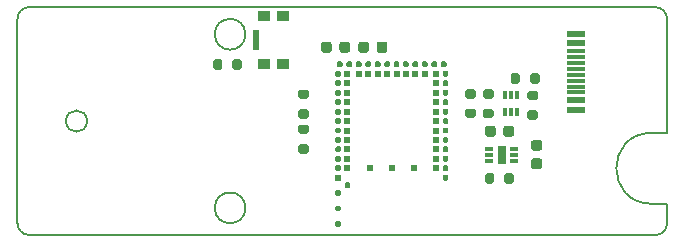
<source format=gbr>
%TF.GenerationSoftware,KiCad,Pcbnew,(5.1.10)-1*%
%TF.CreationDate,2021-10-06T18:40:40-05:00*%
%TF.ProjectId,BYTE_Control_Board,42595445-5f43-46f6-9e74-726f6c5f426f,v2.2*%
%TF.SameCoordinates,Original*%
%TF.FileFunction,Paste,Top*%
%TF.FilePolarity,Positive*%
%FSLAX46Y46*%
G04 Gerber Fmt 4.6, Leading zero omitted, Abs format (unit mm)*
G04 Created by KiCad (PCBNEW (5.1.10)-1) date 2021-10-06 18:40:40*
%MOMM*%
%LPD*%
G01*
G04 APERTURE LIST*
%TA.AperFunction,Profile*%
%ADD10C,0.200000*%
%TD*%
%ADD11R,0.550000X1.700000*%
%ADD12R,1.000000X0.900000*%
%ADD13R,0.400000X0.700000*%
%ADD14R,1.650000X0.300000*%
%ADD15R,1.650000X0.600000*%
%ADD16R,0.500000X0.500000*%
%ADD17R,0.650000X1.650000*%
%ADD18R,0.700000X0.300000*%
G04 APERTURE END LIST*
D10*
X121480000Y-143220004D02*
G75*
G02*
X120480000Y-142220004I0J1000000D01*
G01*
X174480000Y-123920004D02*
G75*
G02*
X175480000Y-124920004I0J-1000000D01*
G01*
X174180000Y-140570004D02*
X175480000Y-140570004D01*
X174480000Y-143220004D02*
X121480000Y-143220004D01*
X120480000Y-124920004D02*
G75*
G02*
X121480000Y-123920004I1000000J0D01*
G01*
X126380000Y-133570004D02*
G75*
G03*
X126380000Y-133570004I-900000J0D01*
G01*
X139780001Y-126220004D02*
G75*
G03*
X139780001Y-126220004I-1300001J0D01*
G01*
X174180000Y-140570004D02*
G75*
G02*
X174180000Y-134570004I0J3000000D01*
G01*
X139780001Y-140920004D02*
G75*
G03*
X139780001Y-140920004I-1300001J0D01*
G01*
X175480000Y-140570004D02*
X175480000Y-142220004D01*
X175480000Y-142220004D02*
G75*
G02*
X174480000Y-143220004I-1000000J0D01*
G01*
X120480000Y-142220004D02*
X120480000Y-124920004D01*
X175480000Y-134570004D02*
X174180000Y-134570004D01*
X121480000Y-123920004D02*
X174480000Y-123920004D01*
X175480000Y-124920004D02*
X175480000Y-134570004D01*
D11*
%TO.C,SW3*%
X140700000Y-126700000D03*
D12*
X141325000Y-128750000D03*
X142925000Y-128750000D03*
X141325000Y-124650000D03*
X142925000Y-124650000D03*
%TD*%
%TO.C,R13*%
G36*
G01*
X137825000Y-128500000D02*
X137825000Y-129050000D01*
G75*
G02*
X137625000Y-129250000I-200000J0D01*
G01*
X137225000Y-129250000D01*
G75*
G02*
X137025000Y-129050000I0J200000D01*
G01*
X137025000Y-128500000D01*
G75*
G02*
X137225000Y-128300000I200000J0D01*
G01*
X137625000Y-128300000D01*
G75*
G02*
X137825000Y-128500000I0J-200000D01*
G01*
G37*
G36*
G01*
X139475000Y-128500000D02*
X139475000Y-129050000D01*
G75*
G02*
X139275000Y-129250000I-200000J0D01*
G01*
X138875000Y-129250000D01*
G75*
G02*
X138675000Y-129050000I0J200000D01*
G01*
X138675000Y-128500000D01*
G75*
G02*
X138875000Y-128300000I200000J0D01*
G01*
X139275000Y-128300000D01*
G75*
G02*
X139475000Y-128500000I0J-200000D01*
G01*
G37*
%TD*%
%TO.C,C4*%
G36*
G01*
X150890000Y-127570000D02*
X150890000Y-127070000D01*
G75*
G02*
X151115000Y-126845000I225000J0D01*
G01*
X151565000Y-126845000D01*
G75*
G02*
X151790000Y-127070000I0J-225000D01*
G01*
X151790000Y-127570000D01*
G75*
G02*
X151565000Y-127795000I-225000J0D01*
G01*
X151115000Y-127795000D01*
G75*
G02*
X150890000Y-127570000I0J225000D01*
G01*
G37*
G36*
G01*
X149340000Y-127570000D02*
X149340000Y-127070000D01*
G75*
G02*
X149565000Y-126845000I225000J0D01*
G01*
X150015000Y-126845000D01*
G75*
G02*
X150240000Y-127070000I0J-225000D01*
G01*
X150240000Y-127570000D01*
G75*
G02*
X150015000Y-127795000I-225000J0D01*
G01*
X149565000Y-127795000D01*
G75*
G02*
X149340000Y-127570000I0J225000D01*
G01*
G37*
%TD*%
%TO.C,C3*%
G36*
G01*
X147090000Y-127070000D02*
X147090000Y-127570000D01*
G75*
G02*
X146865000Y-127795000I-225000J0D01*
G01*
X146415000Y-127795000D01*
G75*
G02*
X146190000Y-127570000I0J225000D01*
G01*
X146190000Y-127070000D01*
G75*
G02*
X146415000Y-126845000I225000J0D01*
G01*
X146865000Y-126845000D01*
G75*
G02*
X147090000Y-127070000I0J-225000D01*
G01*
G37*
G36*
G01*
X148640000Y-127070000D02*
X148640000Y-127570000D01*
G75*
G02*
X148415000Y-127795000I-225000J0D01*
G01*
X147965000Y-127795000D01*
G75*
G02*
X147740000Y-127570000I0J225000D01*
G01*
X147740000Y-127070000D01*
G75*
G02*
X147965000Y-126845000I225000J0D01*
G01*
X148415000Y-126845000D01*
G75*
G02*
X148640000Y-127070000I0J-225000D01*
G01*
G37*
%TD*%
%TO.C,R10*%
G36*
G01*
X159105000Y-131665000D02*
X158555000Y-131665000D01*
G75*
G02*
X158355000Y-131465000I0J200000D01*
G01*
X158355000Y-131065000D01*
G75*
G02*
X158555000Y-130865000I200000J0D01*
G01*
X159105000Y-130865000D01*
G75*
G02*
X159305000Y-131065000I0J-200000D01*
G01*
X159305000Y-131465000D01*
G75*
G02*
X159105000Y-131665000I-200000J0D01*
G01*
G37*
G36*
G01*
X159105000Y-133315000D02*
X158555000Y-133315000D01*
G75*
G02*
X158355000Y-133115000I0J200000D01*
G01*
X158355000Y-132715000D01*
G75*
G02*
X158555000Y-132515000I200000J0D01*
G01*
X159105000Y-132515000D01*
G75*
G02*
X159305000Y-132715000I0J-200000D01*
G01*
X159305000Y-133115000D01*
G75*
G02*
X159105000Y-133315000I-200000J0D01*
G01*
G37*
%TD*%
%TO.C,R9*%
G36*
G01*
X160075000Y-132535000D02*
X160625000Y-132535000D01*
G75*
G02*
X160825000Y-132735000I0J-200000D01*
G01*
X160825000Y-133135000D01*
G75*
G02*
X160625000Y-133335000I-200000J0D01*
G01*
X160075000Y-133335000D01*
G75*
G02*
X159875000Y-133135000I0J200000D01*
G01*
X159875000Y-132735000D01*
G75*
G02*
X160075000Y-132535000I200000J0D01*
G01*
G37*
G36*
G01*
X160075000Y-130885000D02*
X160625000Y-130885000D01*
G75*
G02*
X160825000Y-131085000I0J-200000D01*
G01*
X160825000Y-131485000D01*
G75*
G02*
X160625000Y-131685000I-200000J0D01*
G01*
X160075000Y-131685000D01*
G75*
G02*
X159875000Y-131485000I0J200000D01*
G01*
X159875000Y-131085000D01*
G75*
G02*
X160075000Y-130885000I200000J0D01*
G01*
G37*
%TD*%
%TO.C,R8*%
G36*
G01*
X163825000Y-132655000D02*
X164375000Y-132655000D01*
G75*
G02*
X164575000Y-132855000I0J-200000D01*
G01*
X164575000Y-133255000D01*
G75*
G02*
X164375000Y-133455000I-200000J0D01*
G01*
X163825000Y-133455000D01*
G75*
G02*
X163625000Y-133255000I0J200000D01*
G01*
X163625000Y-132855000D01*
G75*
G02*
X163825000Y-132655000I200000J0D01*
G01*
G37*
G36*
G01*
X163825000Y-131005000D02*
X164375000Y-131005000D01*
G75*
G02*
X164575000Y-131205000I0J-200000D01*
G01*
X164575000Y-131605000D01*
G75*
G02*
X164375000Y-131805000I-200000J0D01*
G01*
X163825000Y-131805000D01*
G75*
G02*
X163625000Y-131605000I0J200000D01*
G01*
X163625000Y-131205000D01*
G75*
G02*
X163825000Y-131005000I200000J0D01*
G01*
G37*
%TD*%
%TO.C,R7*%
G36*
G01*
X163030000Y-129695000D02*
X163030000Y-130245000D01*
G75*
G02*
X162830000Y-130445000I-200000J0D01*
G01*
X162430000Y-130445000D01*
G75*
G02*
X162230000Y-130245000I0J200000D01*
G01*
X162230000Y-129695000D01*
G75*
G02*
X162430000Y-129495000I200000J0D01*
G01*
X162830000Y-129495000D01*
G75*
G02*
X163030000Y-129695000I0J-200000D01*
G01*
G37*
G36*
G01*
X164680000Y-129695000D02*
X164680000Y-130245000D01*
G75*
G02*
X164480000Y-130445000I-200000J0D01*
G01*
X164080000Y-130445000D01*
G75*
G02*
X163880000Y-130245000I0J200000D01*
G01*
X163880000Y-129695000D01*
G75*
G02*
X164080000Y-129495000I200000J0D01*
G01*
X164480000Y-129495000D01*
G75*
G02*
X164680000Y-129695000I0J-200000D01*
G01*
G37*
%TD*%
D13*
%TO.C,Q1*%
X162230000Y-132820000D03*
X161730000Y-132820000D03*
X162230000Y-131320000D03*
X162730000Y-132820000D03*
X161730000Y-131320000D03*
X162730000Y-131320000D03*
%TD*%
D14*
%TO.C,P1*%
X167795000Y-127650000D03*
X167795000Y-128150000D03*
X167795000Y-128650000D03*
X167795000Y-129150000D03*
X167795000Y-129650000D03*
X167795000Y-130150000D03*
X167795000Y-130650000D03*
X167795000Y-131150000D03*
D15*
X167795000Y-127000000D03*
X167795000Y-131800000D03*
X167795000Y-126200000D03*
X167795000Y-132600000D03*
%TD*%
D16*
%TO.C,U2*%
X147620000Y-138370002D03*
G36*
G01*
X147370000Y-137695002D02*
X147370000Y-137445002D01*
G75*
G02*
X147495000Y-137320002I125000J0D01*
G01*
X147745000Y-137320002D01*
G75*
G02*
X147870000Y-137445002I0J-125000D01*
G01*
X147870000Y-137695002D01*
G75*
G02*
X147745000Y-137820002I-125000J0D01*
G01*
X147495000Y-137820002D01*
G75*
G02*
X147370000Y-137695002I0J125000D01*
G01*
G37*
X148420000Y-137570002D03*
G36*
G01*
X147370000Y-136895002D02*
X147370000Y-136645002D01*
G75*
G02*
X147495000Y-136520002I125000J0D01*
G01*
X147745000Y-136520002D01*
G75*
G02*
X147870000Y-136645002I0J-125000D01*
G01*
X147870000Y-136895002D01*
G75*
G02*
X147745000Y-137020002I-125000J0D01*
G01*
X147495000Y-137020002D01*
G75*
G02*
X147370000Y-136895002I0J125000D01*
G01*
G37*
X148420000Y-136770002D03*
G36*
G01*
X147370000Y-136095002D02*
X147370000Y-135845002D01*
G75*
G02*
X147495000Y-135720002I125000J0D01*
G01*
X147745000Y-135720002D01*
G75*
G02*
X147870000Y-135845002I0J-125000D01*
G01*
X147870000Y-136095002D01*
G75*
G02*
X147745000Y-136220002I-125000J0D01*
G01*
X147495000Y-136220002D01*
G75*
G02*
X147370000Y-136095002I0J125000D01*
G01*
G37*
X148420004Y-135970002D03*
G36*
G01*
X147370003Y-135295004D02*
X147370003Y-135045004D01*
G75*
G02*
X147495003Y-134920004I125000J0D01*
G01*
X147745003Y-134920004D01*
G75*
G02*
X147870003Y-135045004I0J-125000D01*
G01*
X147870003Y-135295004D01*
G75*
G02*
X147745003Y-135420004I-125000J0D01*
G01*
X147495003Y-135420004D01*
G75*
G02*
X147370003Y-135295004I0J125000D01*
G01*
G37*
X148420004Y-135170004D03*
G36*
G01*
X147370000Y-134495002D02*
X147370000Y-134245002D01*
G75*
G02*
X147495000Y-134120002I125000J0D01*
G01*
X147745000Y-134120002D01*
G75*
G02*
X147870000Y-134245002I0J-125000D01*
G01*
X147870000Y-134495002D01*
G75*
G02*
X147745000Y-134620002I-125000J0D01*
G01*
X147495000Y-134620002D01*
G75*
G02*
X147370000Y-134495002I0J125000D01*
G01*
G37*
X148419998Y-134370002D03*
G36*
G01*
X147370000Y-133695002D02*
X147370000Y-133445002D01*
G75*
G02*
X147495000Y-133320002I125000J0D01*
G01*
X147745000Y-133320002D01*
G75*
G02*
X147870000Y-133445002I0J-125000D01*
G01*
X147870000Y-133695002D01*
G75*
G02*
X147745000Y-133820002I-125000J0D01*
G01*
X147495000Y-133820002D01*
G75*
G02*
X147370000Y-133695002I0J125000D01*
G01*
G37*
X148420000Y-133569999D03*
G36*
G01*
X147370000Y-132895002D02*
X147370000Y-132645002D01*
G75*
G02*
X147495000Y-132520002I125000J0D01*
G01*
X147745000Y-132520002D01*
G75*
G02*
X147870000Y-132645002I0J-125000D01*
G01*
X147870000Y-132895002D01*
G75*
G02*
X147745000Y-133020002I-125000J0D01*
G01*
X147495000Y-133020002D01*
G75*
G02*
X147370000Y-132895002I0J125000D01*
G01*
G37*
X148420000Y-132770002D03*
G36*
G01*
X147370000Y-132095002D02*
X147370000Y-131845002D01*
G75*
G02*
X147495000Y-131720002I125000J0D01*
G01*
X147745000Y-131720002D01*
G75*
G02*
X147870000Y-131845002I0J-125000D01*
G01*
X147870000Y-132095002D01*
G75*
G02*
X147745000Y-132220002I-125000J0D01*
G01*
X147495000Y-132220002D01*
G75*
G02*
X147370000Y-132095002I0J125000D01*
G01*
G37*
X148420000Y-131970002D03*
G36*
G01*
X147370000Y-131295002D02*
X147370000Y-131045002D01*
G75*
G02*
X147495000Y-130920002I125000J0D01*
G01*
X147745000Y-130920002D01*
G75*
G02*
X147870000Y-131045002I0J-125000D01*
G01*
X147870000Y-131295002D01*
G75*
G02*
X147745000Y-131420002I-125000J0D01*
G01*
X147495000Y-131420002D01*
G75*
G02*
X147370000Y-131295002I0J125000D01*
G01*
G37*
X148420000Y-131170002D03*
G36*
G01*
X147370000Y-130495002D02*
X147370000Y-130245002D01*
G75*
G02*
X147495000Y-130120002I125000J0D01*
G01*
X147745000Y-130120002D01*
G75*
G02*
X147870000Y-130245002I0J-125000D01*
G01*
X147870000Y-130495002D01*
G75*
G02*
X147745000Y-130620002I-125000J0D01*
G01*
X147495000Y-130620002D01*
G75*
G02*
X147370000Y-130495002I0J125000D01*
G01*
G37*
X148419998Y-130370002D03*
G36*
G01*
X147370000Y-129695002D02*
X147370000Y-129445002D01*
G75*
G02*
X147495000Y-129320002I125000J0D01*
G01*
X147745000Y-129320002D01*
G75*
G02*
X147870000Y-129445002I0J-125000D01*
G01*
X147870000Y-129695002D01*
G75*
G02*
X147745000Y-129820002I-125000J0D01*
G01*
X147495000Y-129820002D01*
G75*
G02*
X147370000Y-129695002I0J125000D01*
G01*
G37*
X148419998Y-129570002D03*
G36*
G01*
X147644997Y-128520002D02*
X147894997Y-128520002D01*
G75*
G02*
X148019997Y-128645002I0J-125000D01*
G01*
X148019997Y-128895002D01*
G75*
G02*
X147894997Y-129020002I-125000J0D01*
G01*
X147644997Y-129020002D01*
G75*
G02*
X147519997Y-128895002I0J125000D01*
G01*
X147519997Y-128645002D01*
G75*
G02*
X147644997Y-128520002I125000J0D01*
G01*
G37*
G36*
G01*
X148445003Y-128520002D02*
X148695003Y-128520002D01*
G75*
G02*
X148820003Y-128645002I0J-125000D01*
G01*
X148820003Y-128895002D01*
G75*
G02*
X148695003Y-129020002I-125000J0D01*
G01*
X148445003Y-129020002D01*
G75*
G02*
X148320003Y-128895002I0J125000D01*
G01*
X148320003Y-128645002D01*
G75*
G02*
X148445003Y-128520002I125000J0D01*
G01*
G37*
G36*
G01*
X149245002Y-128520002D02*
X149495002Y-128520002D01*
G75*
G02*
X149620002Y-128645002I0J-125000D01*
G01*
X149620002Y-128895002D01*
G75*
G02*
X149495002Y-129020002I-125000J0D01*
G01*
X149245002Y-129020002D01*
G75*
G02*
X149120002Y-128895002I0J125000D01*
G01*
X149120002Y-128645002D01*
G75*
G02*
X149245002Y-128520002I125000J0D01*
G01*
G37*
X149370002Y-129570002D03*
G36*
G01*
X150045003Y-128519999D02*
X150295003Y-128519999D01*
G75*
G02*
X150420003Y-128644999I0J-125000D01*
G01*
X150420003Y-128894999D01*
G75*
G02*
X150295003Y-129019999I-125000J0D01*
G01*
X150045003Y-129019999D01*
G75*
G02*
X149920003Y-128894999I0J125000D01*
G01*
X149920003Y-128644999D01*
G75*
G02*
X150045003Y-128519999I125000J0D01*
G01*
G37*
X150170000Y-129570002D03*
G36*
G01*
X150844998Y-128519999D02*
X151094998Y-128519999D01*
G75*
G02*
X151219998Y-128644999I0J-125000D01*
G01*
X151219998Y-128894999D01*
G75*
G02*
X151094998Y-129019999I-125000J0D01*
G01*
X150844998Y-129019999D01*
G75*
G02*
X150719998Y-128894999I0J125000D01*
G01*
X150719998Y-128644999D01*
G75*
G02*
X150844998Y-128519999I125000J0D01*
G01*
G37*
X150970000Y-129570002D03*
G36*
G01*
X151645002Y-128520002D02*
X151895002Y-128520002D01*
G75*
G02*
X152020002Y-128645002I0J-125000D01*
G01*
X152020002Y-128895002D01*
G75*
G02*
X151895002Y-129020002I-125000J0D01*
G01*
X151645002Y-129020002D01*
G75*
G02*
X151520002Y-128895002I0J125000D01*
G01*
X151520002Y-128645002D01*
G75*
G02*
X151645002Y-128520002I125000J0D01*
G01*
G37*
X151770002Y-129570002D03*
G36*
G01*
X152445003Y-128520002D02*
X152695003Y-128520002D01*
G75*
G02*
X152820003Y-128645002I0J-125000D01*
G01*
X152820003Y-128895002D01*
G75*
G02*
X152695003Y-129020002I-125000J0D01*
G01*
X152445003Y-129020002D01*
G75*
G02*
X152320003Y-128895002I0J125000D01*
G01*
X152320003Y-128645002D01*
G75*
G02*
X152445003Y-128520002I125000J0D01*
G01*
G37*
X152569998Y-129570002D03*
G36*
G01*
X153245000Y-128520002D02*
X153495000Y-128520002D01*
G75*
G02*
X153620000Y-128645002I0J-125000D01*
G01*
X153620000Y-128895002D01*
G75*
G02*
X153495000Y-129020002I-125000J0D01*
G01*
X153245000Y-129020002D01*
G75*
G02*
X153120000Y-128895002I0J125000D01*
G01*
X153120000Y-128645002D01*
G75*
G02*
X153245000Y-128520002I125000J0D01*
G01*
G37*
X153370004Y-129570002D03*
G36*
G01*
X154045005Y-128520002D02*
X154295005Y-128520002D01*
G75*
G02*
X154420005Y-128645002I0J-125000D01*
G01*
X154420005Y-128895002D01*
G75*
G02*
X154295005Y-129020002I-125000J0D01*
G01*
X154045005Y-129020002D01*
G75*
G02*
X153920005Y-128895002I0J125000D01*
G01*
X153920005Y-128645002D01*
G75*
G02*
X154045005Y-128520002I125000J0D01*
G01*
G37*
X154170005Y-129570002D03*
G36*
G01*
X154845000Y-128520002D02*
X155095000Y-128520002D01*
G75*
G02*
X155220000Y-128645002I0J-125000D01*
G01*
X155220000Y-128895002D01*
G75*
G02*
X155095000Y-129020002I-125000J0D01*
G01*
X154845000Y-129020002D01*
G75*
G02*
X154720000Y-128895002I0J125000D01*
G01*
X154720000Y-128645002D01*
G75*
G02*
X154845000Y-128520002I125000J0D01*
G01*
G37*
X154970000Y-129570002D03*
G36*
G01*
X155645004Y-128519999D02*
X155895004Y-128519999D01*
G75*
G02*
X156020004Y-128644999I0J-125000D01*
G01*
X156020004Y-128894999D01*
G75*
G02*
X155895004Y-129019999I-125000J0D01*
G01*
X155645004Y-129019999D01*
G75*
G02*
X155520004Y-128894999I0J125000D01*
G01*
X155520004Y-128644999D01*
G75*
G02*
X155645004Y-128519999I125000J0D01*
G01*
G37*
G36*
G01*
X156445000Y-128520002D02*
X156695000Y-128520002D01*
G75*
G02*
X156820000Y-128645002I0J-125000D01*
G01*
X156820000Y-128895002D01*
G75*
G02*
X156695000Y-129020002I-125000J0D01*
G01*
X156445000Y-129020002D01*
G75*
G02*
X156320000Y-128895002I0J125000D01*
G01*
X156320000Y-128645002D01*
G75*
G02*
X156445000Y-128520002I125000J0D01*
G01*
G37*
G36*
G01*
X156470002Y-129695002D02*
X156470002Y-129445002D01*
G75*
G02*
X156595002Y-129320002I125000J0D01*
G01*
X156845002Y-129320002D01*
G75*
G02*
X156970002Y-129445002I0J-125000D01*
G01*
X156970002Y-129695002D01*
G75*
G02*
X156845002Y-129820002I-125000J0D01*
G01*
X156595002Y-129820002D01*
G75*
G02*
X156470002Y-129695002I0J125000D01*
G01*
G37*
X155920000Y-129570002D03*
G36*
G01*
X156470002Y-130495002D02*
X156470002Y-130245002D01*
G75*
G02*
X156595002Y-130120002I125000J0D01*
G01*
X156845002Y-130120002D01*
G75*
G02*
X156970002Y-130245002I0J-125000D01*
G01*
X156970002Y-130495002D01*
G75*
G02*
X156845002Y-130620002I-125000J0D01*
G01*
X156595002Y-130620002D01*
G75*
G02*
X156470002Y-130495002I0J125000D01*
G01*
G37*
X155920000Y-130370002D03*
G36*
G01*
X156470002Y-131295002D02*
X156470002Y-131045002D01*
G75*
G02*
X156595002Y-130920002I125000J0D01*
G01*
X156845002Y-130920002D01*
G75*
G02*
X156970002Y-131045002I0J-125000D01*
G01*
X156970002Y-131295002D01*
G75*
G02*
X156845002Y-131420002I-125000J0D01*
G01*
X156595002Y-131420002D01*
G75*
G02*
X156470002Y-131295002I0J125000D01*
G01*
G37*
X155920000Y-131170002D03*
G36*
G01*
X156470002Y-132095002D02*
X156470002Y-131845002D01*
G75*
G02*
X156595002Y-131720002I125000J0D01*
G01*
X156845002Y-131720002D01*
G75*
G02*
X156970002Y-131845002I0J-125000D01*
G01*
X156970002Y-132095002D01*
G75*
G02*
X156845002Y-132220002I-125000J0D01*
G01*
X156595002Y-132220002D01*
G75*
G02*
X156470002Y-132095002I0J125000D01*
G01*
G37*
X155920000Y-131970002D03*
G36*
G01*
X156470002Y-132895002D02*
X156470002Y-132645002D01*
G75*
G02*
X156595002Y-132520002I125000J0D01*
G01*
X156845002Y-132520002D01*
G75*
G02*
X156970002Y-132645002I0J-125000D01*
G01*
X156970002Y-132895002D01*
G75*
G02*
X156845002Y-133020002I-125000J0D01*
G01*
X156595002Y-133020002D01*
G75*
G02*
X156470002Y-132895002I0J125000D01*
G01*
G37*
X155920000Y-132770002D03*
G36*
G01*
X156470002Y-133695002D02*
X156470002Y-133445002D01*
G75*
G02*
X156595002Y-133320002I125000J0D01*
G01*
X156845002Y-133320002D01*
G75*
G02*
X156970002Y-133445002I0J-125000D01*
G01*
X156970002Y-133695002D01*
G75*
G02*
X156845002Y-133820002I-125000J0D01*
G01*
X156595002Y-133820002D01*
G75*
G02*
X156470002Y-133695002I0J125000D01*
G01*
G37*
X155920000Y-133570002D03*
G36*
G01*
X156470002Y-134495002D02*
X156470002Y-134245002D01*
G75*
G02*
X156595002Y-134120002I125000J0D01*
G01*
X156845002Y-134120002D01*
G75*
G02*
X156970002Y-134245002I0J-125000D01*
G01*
X156970002Y-134495002D01*
G75*
G02*
X156845002Y-134620002I-125000J0D01*
G01*
X156595002Y-134620002D01*
G75*
G02*
X156470002Y-134495002I0J125000D01*
G01*
G37*
X155920000Y-134370002D03*
G36*
G01*
X156470002Y-135295002D02*
X156470002Y-135045002D01*
G75*
G02*
X156595002Y-134920002I125000J0D01*
G01*
X156845002Y-134920002D01*
G75*
G02*
X156970002Y-135045002I0J-125000D01*
G01*
X156970002Y-135295002D01*
G75*
G02*
X156845002Y-135420002I-125000J0D01*
G01*
X156595002Y-135420002D01*
G75*
G02*
X156470002Y-135295002I0J125000D01*
G01*
G37*
X155920000Y-135170002D03*
G36*
G01*
X156470002Y-136095002D02*
X156470002Y-135845002D01*
G75*
G02*
X156595002Y-135720002I125000J0D01*
G01*
X156845002Y-135720002D01*
G75*
G02*
X156970002Y-135845002I0J-125000D01*
G01*
X156970002Y-136095002D01*
G75*
G02*
X156845002Y-136220002I-125000J0D01*
G01*
X156595002Y-136220002D01*
G75*
G02*
X156470002Y-136095002I0J125000D01*
G01*
G37*
X155920000Y-135970002D03*
G36*
G01*
X156470002Y-136895002D02*
X156470002Y-136645002D01*
G75*
G02*
X156595002Y-136520002I125000J0D01*
G01*
X156845002Y-136520002D01*
G75*
G02*
X156970002Y-136645002I0J-125000D01*
G01*
X156970002Y-136895002D01*
G75*
G02*
X156845002Y-137020002I-125000J0D01*
G01*
X156595002Y-137020002D01*
G75*
G02*
X156470002Y-136895002I0J125000D01*
G01*
G37*
X155920000Y-136770002D03*
G36*
G01*
X156470002Y-137695002D02*
X156470002Y-137445002D01*
G75*
G02*
X156595002Y-137320002I125000J0D01*
G01*
X156845002Y-137320002D01*
G75*
G02*
X156970002Y-137445002I0J-125000D01*
G01*
X156970002Y-137695002D01*
G75*
G02*
X156845002Y-137820002I-125000J0D01*
G01*
X156595002Y-137820002D01*
G75*
G02*
X156470002Y-137695002I0J125000D01*
G01*
G37*
X155920000Y-137570004D03*
G36*
G01*
X156470002Y-138495002D02*
X156470002Y-138245002D01*
G75*
G02*
X156595002Y-138120002I125000J0D01*
G01*
X156845002Y-138120002D01*
G75*
G02*
X156970002Y-138245002I0J-125000D01*
G01*
X156970002Y-138495002D01*
G75*
G02*
X156845002Y-138620002I-125000J0D01*
G01*
X156595002Y-138620002D01*
G75*
G02*
X156470002Y-138495002I0J125000D01*
G01*
G37*
G36*
G01*
X147370000Y-139795002D02*
X147370000Y-139545002D01*
G75*
G02*
X147495000Y-139420002I125000J0D01*
G01*
X147745000Y-139420002D01*
G75*
G02*
X147870000Y-139545002I0J-125000D01*
G01*
X147870000Y-139795002D01*
G75*
G02*
X147745000Y-139920002I-125000J0D01*
G01*
X147495000Y-139920002D01*
G75*
G02*
X147370000Y-139795002I0J125000D01*
G01*
G37*
G36*
G01*
X147370000Y-141095002D02*
X147370000Y-140845002D01*
G75*
G02*
X147495000Y-140720002I125000J0D01*
G01*
X147745000Y-140720002D01*
G75*
G02*
X147870000Y-140845002I0J-125000D01*
G01*
X147870000Y-141095002D01*
G75*
G02*
X147745000Y-141220002I-125000J0D01*
G01*
X147495000Y-141220002D01*
G75*
G02*
X147370000Y-141095002I0J125000D01*
G01*
G37*
G36*
G01*
X147370000Y-142395002D02*
X147370000Y-142145002D01*
G75*
G02*
X147495000Y-142020002I125000J0D01*
G01*
X147745000Y-142020002D01*
G75*
G02*
X147870000Y-142145002I0J-125000D01*
G01*
X147870000Y-142395002D01*
G75*
G02*
X147745000Y-142520002I-125000J0D01*
G01*
X147495000Y-142520002D01*
G75*
G02*
X147370000Y-142395002I0J125000D01*
G01*
G37*
X154045000Y-137570002D03*
X152170000Y-137570002D03*
X150295000Y-137570002D03*
G36*
G01*
X148170000Y-139145011D02*
X148170000Y-138895011D01*
G75*
G02*
X148295000Y-138770011I125000J0D01*
G01*
X148545000Y-138770011D01*
G75*
G02*
X148670000Y-138895011I0J-125000D01*
G01*
X148670000Y-139145011D01*
G75*
G02*
X148545000Y-139270011I-125000J0D01*
G01*
X148295000Y-139270011D01*
G75*
G02*
X148170000Y-139145011I0J125000D01*
G01*
G37*
%TD*%
D17*
%TO.C,U1*%
X161470000Y-136420000D03*
D18*
X160420000Y-136920000D03*
X160420000Y-136420000D03*
X160420000Y-135920000D03*
X162520000Y-135920000D03*
X162520000Y-136420000D03*
X162520000Y-136920000D03*
%TD*%
%TO.C,R5*%
G36*
G01*
X144975000Y-131710000D02*
X144425000Y-131710000D01*
G75*
G02*
X144225000Y-131510000I0J200000D01*
G01*
X144225000Y-131110000D01*
G75*
G02*
X144425000Y-130910000I200000J0D01*
G01*
X144975000Y-130910000D01*
G75*
G02*
X145175000Y-131110000I0J-200000D01*
G01*
X145175000Y-131510000D01*
G75*
G02*
X144975000Y-131710000I-200000J0D01*
G01*
G37*
G36*
G01*
X144975000Y-133360000D02*
X144425000Y-133360000D01*
G75*
G02*
X144225000Y-133160000I0J200000D01*
G01*
X144225000Y-132760000D01*
G75*
G02*
X144425000Y-132560000I200000J0D01*
G01*
X144975000Y-132560000D01*
G75*
G02*
X145175000Y-132760000I0J-200000D01*
G01*
X145175000Y-133160000D01*
G75*
G02*
X144975000Y-133360000I-200000J0D01*
G01*
G37*
%TD*%
%TO.C,R3*%
G36*
G01*
X144415000Y-135520000D02*
X144965000Y-135520000D01*
G75*
G02*
X145165000Y-135720000I0J-200000D01*
G01*
X145165000Y-136120000D01*
G75*
G02*
X144965000Y-136320000I-200000J0D01*
G01*
X144415000Y-136320000D01*
G75*
G02*
X144215000Y-136120000I0J200000D01*
G01*
X144215000Y-135720000D01*
G75*
G02*
X144415000Y-135520000I200000J0D01*
G01*
G37*
G36*
G01*
X144415000Y-133870000D02*
X144965000Y-133870000D01*
G75*
G02*
X145165000Y-134070000I0J-200000D01*
G01*
X145165000Y-134470000D01*
G75*
G02*
X144965000Y-134670000I-200000J0D01*
G01*
X144415000Y-134670000D01*
G75*
G02*
X144215000Y-134470000I0J200000D01*
G01*
X144215000Y-134070000D01*
G75*
G02*
X144415000Y-133870000I200000J0D01*
G01*
G37*
%TD*%
%TO.C,R2*%
G36*
G01*
X160845000Y-138155000D02*
X160845000Y-138705000D01*
G75*
G02*
X160645000Y-138905000I-200000J0D01*
G01*
X160245000Y-138905000D01*
G75*
G02*
X160045000Y-138705000I0J200000D01*
G01*
X160045000Y-138155000D01*
G75*
G02*
X160245000Y-137955000I200000J0D01*
G01*
X160645000Y-137955000D01*
G75*
G02*
X160845000Y-138155000I0J-200000D01*
G01*
G37*
G36*
G01*
X162495000Y-138155000D02*
X162495000Y-138705000D01*
G75*
G02*
X162295000Y-138905000I-200000J0D01*
G01*
X161895000Y-138905000D01*
G75*
G02*
X161695000Y-138705000I0J200000D01*
G01*
X161695000Y-138155000D01*
G75*
G02*
X161895000Y-137955000I200000J0D01*
G01*
X162295000Y-137955000D01*
G75*
G02*
X162495000Y-138155000I0J-200000D01*
G01*
G37*
%TD*%
%TO.C,C2*%
G36*
G01*
X164180000Y-136725000D02*
X164680000Y-136725000D01*
G75*
G02*
X164905000Y-136950000I0J-225000D01*
G01*
X164905000Y-137400000D01*
G75*
G02*
X164680000Y-137625000I-225000J0D01*
G01*
X164180000Y-137625000D01*
G75*
G02*
X163955000Y-137400000I0J225000D01*
G01*
X163955000Y-136950000D01*
G75*
G02*
X164180000Y-136725000I225000J0D01*
G01*
G37*
G36*
G01*
X164180000Y-135175000D02*
X164680000Y-135175000D01*
G75*
G02*
X164905000Y-135400000I0J-225000D01*
G01*
X164905000Y-135850000D01*
G75*
G02*
X164680000Y-136075000I-225000J0D01*
G01*
X164180000Y-136075000D01*
G75*
G02*
X163955000Y-135850000I0J225000D01*
G01*
X163955000Y-135400000D01*
G75*
G02*
X164180000Y-135175000I225000J0D01*
G01*
G37*
%TD*%
%TO.C,C1*%
G36*
G01*
X161620000Y-134690000D02*
X161620000Y-134190000D01*
G75*
G02*
X161845000Y-133965000I225000J0D01*
G01*
X162295000Y-133965000D01*
G75*
G02*
X162520000Y-134190000I0J-225000D01*
G01*
X162520000Y-134690000D01*
G75*
G02*
X162295000Y-134915000I-225000J0D01*
G01*
X161845000Y-134915000D01*
G75*
G02*
X161620000Y-134690000I0J225000D01*
G01*
G37*
G36*
G01*
X160070000Y-134690000D02*
X160070000Y-134190000D01*
G75*
G02*
X160295000Y-133965000I225000J0D01*
G01*
X160745000Y-133965000D01*
G75*
G02*
X160970000Y-134190000I0J-225000D01*
G01*
X160970000Y-134690000D01*
G75*
G02*
X160745000Y-134915000I-225000J0D01*
G01*
X160295000Y-134915000D01*
G75*
G02*
X160070000Y-134690000I0J225000D01*
G01*
G37*
%TD*%
M02*

</source>
